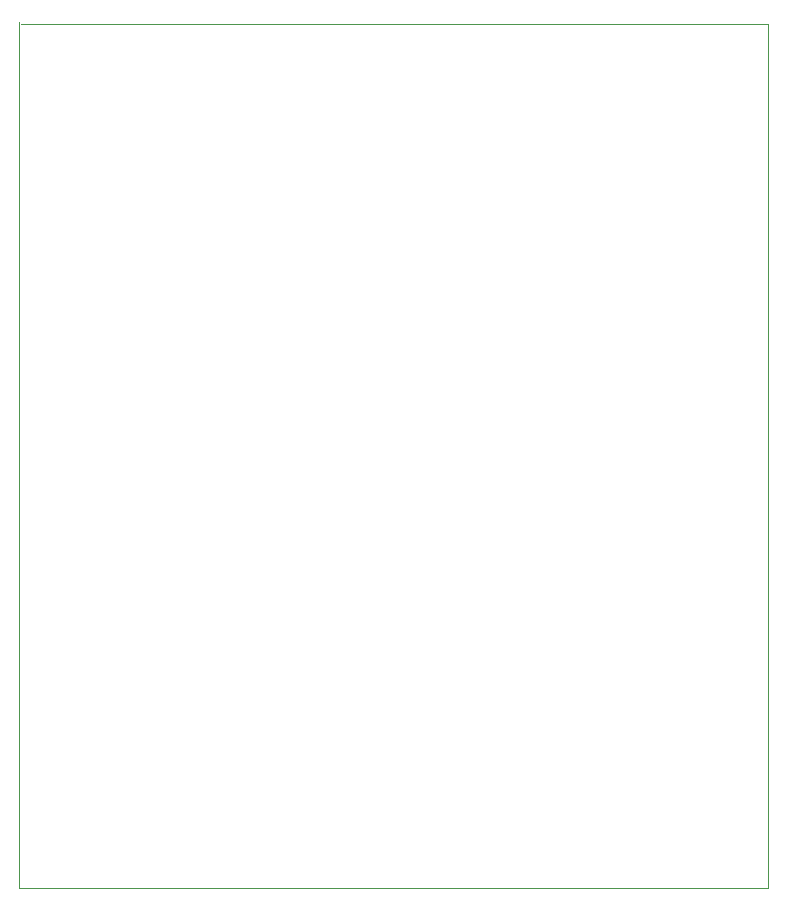
<source format=gko>
G04 #@! TF.FileFunction,Profile,NP*
%FSLAX46Y46*%
G04 Gerber Fmt 4.6, Leading zero omitted, Abs format (unit mm)*
G04 Created by KiCad (PCBNEW 4.0.6) date Fri Jul 14 14:02:12 2017*
%MOMM*%
%LPD*%
G01*
G04 APERTURE LIST*
%ADD10C,0.100000*%
G04 APERTURE END LIST*
D10*
X12700000Y-85725000D02*
X12700000Y-12446000D01*
X76073000Y-85725000D02*
X12700000Y-85725000D01*
X76073000Y-12573000D02*
X76073000Y-85725000D01*
X12827000Y-12573000D02*
X76073000Y-12573000D01*
M02*

</source>
